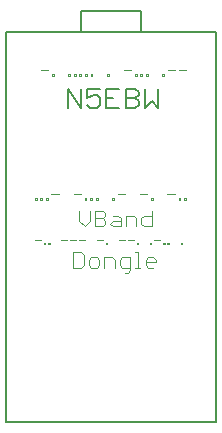
<source format=gto>
G75*
%MOIN*%
%OFA0B0*%
%FSLAX25Y25*%
%IPPOS*%
%LPD*%
%AMOC8*
5,1,8,0,0,1.08239X$1,22.5*
%
%ADD10C,0.00600*%
%ADD11C,0.00300*%
%ADD12C,0.00400*%
%ADD13C,0.00500*%
D10*
X0002233Y0009124D02*
X0072233Y0009124D01*
X0072233Y0139124D01*
X0047233Y0139124D01*
X0002233Y0139124D01*
X0002233Y0009124D01*
X0022769Y0113755D02*
X0022769Y0120160D01*
X0027040Y0113755D01*
X0027040Y0120160D01*
X0029215Y0120160D02*
X0029215Y0116957D01*
X0031350Y0118025D01*
X0032418Y0118025D01*
X0033485Y0116957D01*
X0033485Y0114822D01*
X0032418Y0113755D01*
X0030282Y0113755D01*
X0029215Y0114822D01*
X0029215Y0120160D02*
X0033485Y0120160D01*
X0035660Y0120160D02*
X0035660Y0113755D01*
X0039931Y0113755D01*
X0042106Y0113755D02*
X0045309Y0113755D01*
X0046376Y0114822D01*
X0046376Y0115890D01*
X0045309Y0116957D01*
X0042106Y0116957D01*
X0042106Y0113755D02*
X0042106Y0120160D01*
X0045309Y0120160D01*
X0046376Y0119093D01*
X0046376Y0118025D01*
X0045309Y0116957D01*
X0048551Y0113755D02*
X0050686Y0115890D01*
X0052822Y0113755D01*
X0052822Y0120160D01*
X0048551Y0120160D02*
X0048551Y0113755D01*
X0039931Y0120160D02*
X0035660Y0120160D01*
X0035660Y0116957D02*
X0037795Y0116957D01*
D11*
X0036477Y0124431D02*
X0035860Y0124431D01*
X0035860Y0125049D01*
X0036477Y0125049D01*
X0036477Y0124431D01*
X0041385Y0126283D02*
X0043853Y0126283D01*
X0045068Y0125049D02*
X0045685Y0125049D01*
X0045685Y0124431D01*
X0045068Y0124431D01*
X0045068Y0125049D01*
X0046909Y0125049D02*
X0047527Y0125049D01*
X0047527Y0124431D01*
X0046909Y0124431D01*
X0046909Y0125049D01*
X0048751Y0125049D02*
X0049368Y0125049D01*
X0049368Y0124431D01*
X0048751Y0124431D01*
X0048751Y0125049D01*
X0054276Y0125049D02*
X0054893Y0125049D01*
X0054893Y0124431D01*
X0054276Y0124431D01*
X0054276Y0125049D01*
X0056117Y0126283D02*
X0058586Y0126283D01*
X0059800Y0126283D02*
X0062269Y0126283D01*
X0058459Y0084944D02*
X0055990Y0084944D01*
X0059673Y0083710D02*
X0060291Y0083710D01*
X0060291Y0083093D01*
X0059673Y0083093D01*
X0059673Y0083710D01*
X0061515Y0083710D02*
X0062132Y0083710D01*
X0062132Y0083093D01*
X0061515Y0083093D01*
X0061515Y0083710D01*
X0060894Y0068813D02*
X0060894Y0068329D01*
X0060410Y0068329D01*
X0060410Y0068813D01*
X0060894Y0068813D01*
X0056474Y0068813D02*
X0056474Y0068329D01*
X0055990Y0068329D01*
X0055990Y0068813D01*
X0056474Y0068813D01*
X0055001Y0068813D02*
X0055001Y0068329D01*
X0054517Y0068329D01*
X0054517Y0068813D01*
X0055001Y0068813D01*
X0053505Y0069780D02*
X0051570Y0069780D01*
X0050581Y0068813D02*
X0050581Y0068329D01*
X0050097Y0068329D01*
X0050097Y0068813D01*
X0050581Y0068813D01*
X0046161Y0068813D02*
X0046161Y0068329D01*
X0045677Y0068329D01*
X0045677Y0068813D01*
X0046161Y0068813D01*
X0044666Y0069780D02*
X0042731Y0069780D01*
X0041719Y0069780D02*
X0039784Y0069780D01*
X0035848Y0068813D02*
X0035848Y0068329D01*
X0035365Y0068329D01*
X0035365Y0068813D01*
X0035848Y0068813D01*
X0034353Y0069780D02*
X0032418Y0069780D01*
X0028460Y0069780D02*
X0026525Y0069780D01*
X0025514Y0069780D02*
X0023579Y0069780D01*
X0022567Y0069780D02*
X0020632Y0069780D01*
X0016696Y0068813D02*
X0016696Y0068329D01*
X0016212Y0068329D01*
X0016212Y0068813D01*
X0016696Y0068813D01*
X0015223Y0068813D02*
X0015223Y0068329D01*
X0014739Y0068329D01*
X0014739Y0068813D01*
X0015223Y0068813D01*
X0013727Y0069780D02*
X0011793Y0069780D01*
X0011793Y0083093D02*
X0012410Y0083093D01*
X0012410Y0083710D01*
X0011793Y0083710D01*
X0011793Y0083093D01*
X0013634Y0083093D02*
X0014251Y0083093D01*
X0014251Y0083710D01*
X0013634Y0083710D01*
X0013634Y0083093D01*
X0015476Y0083093D02*
X0016093Y0083093D01*
X0016093Y0083710D01*
X0015476Y0083710D01*
X0015476Y0083093D01*
X0017317Y0084944D02*
X0019786Y0084944D01*
X0024684Y0084944D02*
X0027152Y0084944D01*
X0028367Y0083710D02*
X0028984Y0083710D01*
X0028984Y0083093D01*
X0028367Y0083093D01*
X0028367Y0083710D01*
X0030208Y0083710D02*
X0030825Y0083710D01*
X0030825Y0083093D01*
X0030208Y0083093D01*
X0030208Y0083710D01*
X0032050Y0083710D02*
X0032667Y0083710D01*
X0032667Y0083093D01*
X0032050Y0083093D01*
X0032050Y0083710D01*
X0037575Y0083710D02*
X0038192Y0083710D01*
X0038192Y0083093D01*
X0037575Y0083093D01*
X0037575Y0083710D01*
X0039416Y0084944D02*
X0041885Y0084944D01*
X0046782Y0084944D02*
X0049251Y0084944D01*
X0050466Y0083710D02*
X0051083Y0083710D01*
X0051083Y0083093D01*
X0050466Y0083093D01*
X0050466Y0083710D01*
X0030952Y0124431D02*
X0030335Y0124431D01*
X0030335Y0125049D01*
X0030952Y0125049D01*
X0030952Y0124431D01*
X0029111Y0124431D02*
X0028494Y0124431D01*
X0028494Y0125049D01*
X0029111Y0125049D01*
X0029111Y0124431D01*
X0027269Y0124431D02*
X0026652Y0124431D01*
X0026652Y0125049D01*
X0027269Y0125049D01*
X0027269Y0124431D01*
X0025428Y0124431D02*
X0024810Y0124431D01*
X0024810Y0125049D01*
X0025428Y0125049D01*
X0025428Y0124431D01*
X0023586Y0124431D02*
X0022969Y0124431D01*
X0022969Y0125049D01*
X0023586Y0125049D01*
X0023586Y0124431D01*
X0018061Y0124431D02*
X0017444Y0124431D01*
X0017444Y0125049D01*
X0018061Y0125049D01*
X0018061Y0124431D01*
X0016230Y0126283D02*
X0013761Y0126283D01*
D12*
X0026606Y0079489D02*
X0026606Y0076019D01*
X0028341Y0074285D01*
X0030076Y0076019D01*
X0030076Y0079489D01*
X0031763Y0079489D02*
X0034365Y0079489D01*
X0035232Y0078622D01*
X0035232Y0077754D01*
X0034365Y0076887D01*
X0031763Y0076887D01*
X0031763Y0074285D02*
X0031763Y0079489D01*
X0031763Y0074285D02*
X0034365Y0074285D01*
X0035232Y0075152D01*
X0035232Y0076019D01*
X0034365Y0076887D01*
X0036919Y0075152D02*
X0037786Y0076019D01*
X0040389Y0076019D01*
X0040389Y0076887D02*
X0039521Y0077754D01*
X0037786Y0077754D01*
X0036919Y0075152D02*
X0037786Y0074285D01*
X0040389Y0074285D01*
X0040389Y0076887D01*
X0042075Y0077754D02*
X0042075Y0074285D01*
X0042075Y0077754D02*
X0044678Y0077754D01*
X0045545Y0076887D01*
X0045545Y0074285D01*
X0047232Y0075152D02*
X0047232Y0076887D01*
X0048099Y0077754D01*
X0050702Y0077754D01*
X0050702Y0079489D02*
X0050702Y0074285D01*
X0048099Y0074285D01*
X0047232Y0075152D01*
X0046131Y0065710D02*
X0045263Y0065710D01*
X0046131Y0065710D02*
X0046131Y0060505D01*
X0046998Y0060505D02*
X0045263Y0060505D01*
X0043577Y0060505D02*
X0040974Y0060505D01*
X0040107Y0061373D01*
X0040107Y0063107D01*
X0040974Y0063975D01*
X0043577Y0063975D01*
X0043577Y0059638D01*
X0042709Y0058770D01*
X0041842Y0058770D01*
X0038420Y0060505D02*
X0038420Y0063107D01*
X0037553Y0063975D01*
X0034951Y0063975D01*
X0034951Y0060505D01*
X0033264Y0061373D02*
X0033264Y0063107D01*
X0032396Y0063975D01*
X0030662Y0063975D01*
X0029794Y0063107D01*
X0029794Y0061373D01*
X0030662Y0060505D01*
X0032396Y0060505D01*
X0033264Y0061373D01*
X0028107Y0061373D02*
X0028107Y0064842D01*
X0027240Y0065710D01*
X0024638Y0065710D01*
X0024638Y0060505D01*
X0027240Y0060505D01*
X0028107Y0061373D01*
X0048701Y0061373D02*
X0048701Y0063107D01*
X0049568Y0063975D01*
X0051303Y0063975D01*
X0052171Y0063107D01*
X0052171Y0062240D01*
X0048701Y0062240D01*
X0048701Y0061373D02*
X0049568Y0060505D01*
X0051303Y0060505D01*
D13*
X0047233Y0139124D02*
X0027233Y0139124D01*
X0027233Y0146124D01*
X0047233Y0146124D01*
X0047233Y0139124D01*
M02*

</source>
